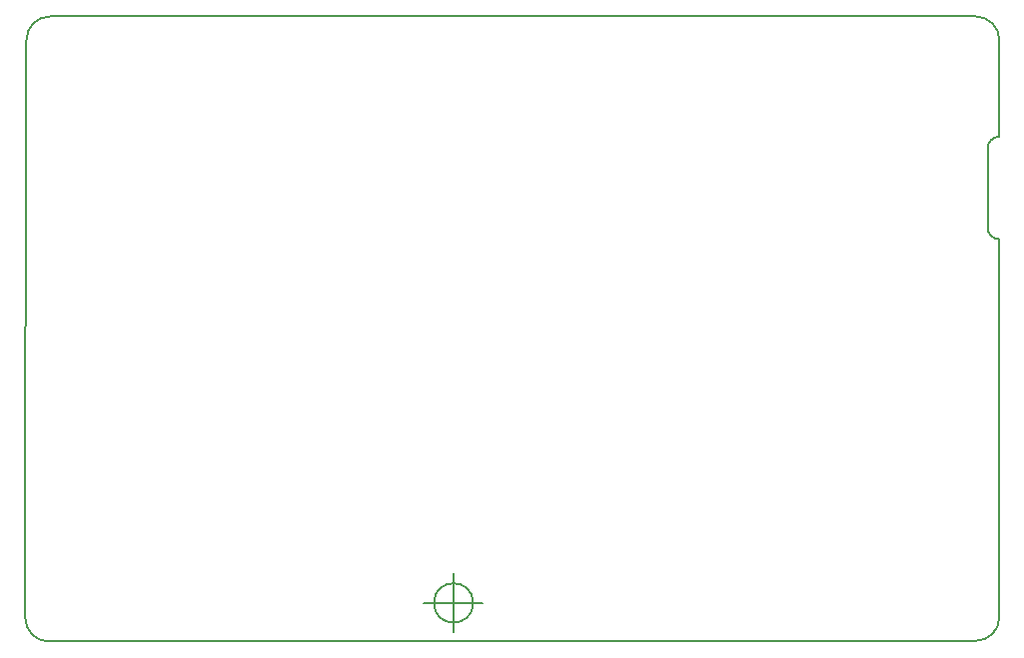
<source format=gbr>
G04 #@! TF.GenerationSoftware,KiCad,Pcbnew,(2018-01-18 revision 08b15a699)-makepkg*
G04 #@! TF.CreationDate,2018-01-23T16:45:18-05:00*
G04 #@! TF.ProjectId,osa103k,6F73613130336B2E6B696361645F7063,rev?*
G04 #@! TF.SameCoordinates,Original*
G04 #@! TF.FileFunction,Profile,NP*
%FSLAX46Y46*%
G04 Gerber Fmt 4.6, Leading zero omitted, Abs format (unit mm)*
G04 Created by KiCad (PCBNEW (2018-01-18 revision 08b15a699)-makepkg) date 01/23/18 16:45:18*
%MOMM*%
%LPD*%
G01*
G04 APERTURE LIST*
%ADD10C,0.150000*%
G04 APERTURE END LIST*
D10*
X137940000Y-51970000D02*
X137940000Y-43770000D01*
X136940000Y-52970000D02*
G75*
G02X137940000Y-51970000I1000000J0D01*
G01*
X137940000Y-60670000D02*
G75*
G02X136940000Y-59670000I0J1000000D01*
G01*
X136940000Y-59670000D02*
X136940000Y-52970000D01*
X135940000Y-41770000D02*
G75*
G02X137940000Y-43770000I0J-2000000D01*
G01*
X137940000Y-92720000D02*
G75*
G02X135940000Y-94720000I-2000000J0D01*
G01*
X57340016Y-94769375D02*
G75*
G02X55390000Y-92770000I49984J1999375D01*
G01*
X55490000Y-43770000D02*
G75*
G02X57490000Y-41770000I2000000J0D01*
G01*
X93348494Y-91502520D02*
G75*
G03X93348494Y-91502520I-1666666J0D01*
G01*
X89181828Y-91502520D02*
X94181828Y-91502520D01*
X91681828Y-89002520D02*
X91681828Y-94002520D01*
X135940000Y-41770000D02*
X57490000Y-41770000D01*
X137940000Y-92720000D02*
X137940000Y-60670000D01*
X57340000Y-94770000D02*
X135940000Y-94720000D01*
X55490000Y-43770000D02*
X55390000Y-92770000D01*
M02*

</source>
